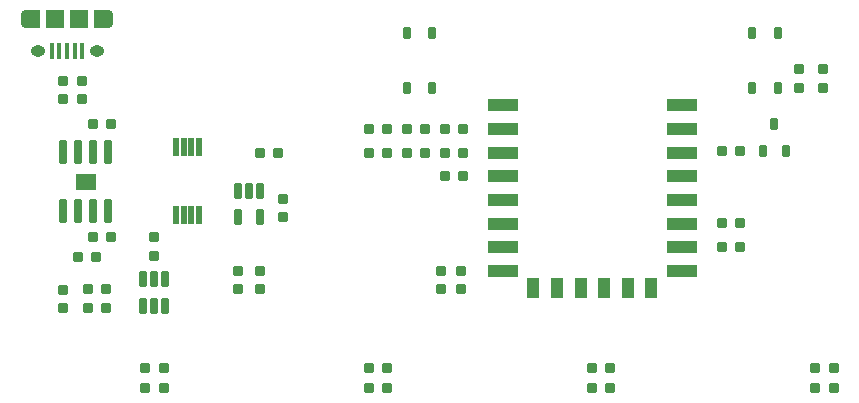
<source format=gtp>
G04 #@! TF.GenerationSoftware,KiCad,Pcbnew,7.0.5*
G04 #@! TF.CreationDate,2023-09-08T12:24:19+07:00*
G04 #@! TF.ProjectId,Node_Vote,4e6f6465-5f56-46f7-9465-2e6b69636164,rev?*
G04 #@! TF.SameCoordinates,Original*
G04 #@! TF.FileFunction,Paste,Top*
G04 #@! TF.FilePolarity,Positive*
%FSLAX46Y46*%
G04 Gerber Fmt 4.6, Leading zero omitted, Abs format (unit mm)*
G04 Created by KiCad (PCBNEW 7.0.5) date 2023-09-08 12:24:19*
%MOMM*%
%LPD*%
G01*
G04 APERTURE LIST*
G04 Aperture macros list*
%AMRoundRect*
0 Rectangle with rounded corners*
0 $1 Rounding radius*
0 $2 $3 $4 $5 $6 $7 $8 $9 X,Y pos of 4 corners*
0 Add a 4 corners polygon primitive as box body*
4,1,4,$2,$3,$4,$5,$6,$7,$8,$9,$2,$3,0*
0 Add four circle primitives for the rounded corners*
1,1,$1+$1,$2,$3*
1,1,$1+$1,$4,$5*
1,1,$1+$1,$6,$7*
1,1,$1+$1,$8,$9*
0 Add four rect primitives between the rounded corners*
20,1,$1+$1,$2,$3,$4,$5,0*
20,1,$1+$1,$4,$5,$6,$7,0*
20,1,$1+$1,$6,$7,$8,$9,0*
20,1,$1+$1,$8,$9,$2,$3,0*%
G04 Aperture macros list end*
%ADD10C,0.010000*%
%ADD11RoundRect,0.127500X0.297500X0.322500X-0.297500X0.322500X-0.297500X-0.322500X0.297500X-0.322500X0*%
%ADD12RoundRect,0.127500X-0.297500X-0.322500X0.297500X-0.322500X0.297500X0.322500X-0.297500X0.322500X0*%
%ADD13RoundRect,0.162500X-0.162500X0.362500X-0.162500X-0.362500X0.162500X-0.362500X0.162500X0.362500X0*%
%ADD14RoundRect,0.090000X-0.210000X0.560000X-0.210000X-0.560000X0.210000X-0.560000X0.210000X0.560000X0*%
%ADD15RoundRect,0.127500X-0.322500X0.297500X-0.322500X-0.297500X0.322500X-0.297500X0.322500X0.297500X0*%
%ADD16RoundRect,0.127500X0.322500X-0.297500X0.322500X0.297500X-0.322500X0.297500X-0.322500X-0.297500X0*%
%ADD17O,0.890000X1.550000*%
%ADD18O,1.250000X0.950000*%
%ADD19R,0.400000X1.350000*%
%ADD20R,1.200000X1.550000*%
%ADD21R,1.500000X1.550000*%
%ADD22R,2.500000X1.000000*%
%ADD23R,1.000000X1.800000*%
%ADD24RoundRect,0.042000X-0.258000X0.943000X-0.258000X-0.943000X0.258000X-0.943000X0.258000X0.943000X0*%
%ADD25RoundRect,0.090000X0.210000X-0.410000X0.210000X0.410000X-0.210000X0.410000X-0.210000X-0.410000X0*%
%ADD26RoundRect,0.162500X0.162500X-0.362500X0.162500X0.362500X-0.162500X0.362500X-0.162500X-0.362500X0*%
%ADD27RoundRect,0.020000X-0.180000X0.760000X-0.180000X-0.760000X0.180000X-0.760000X0.180000X0.760000X0*%
G04 APERTURE END LIST*
D10*
X16089000Y-15845000D02*
X14449000Y-15845000D01*
X14449000Y-14555000D01*
X16089000Y-14555000D01*
X16089000Y-15845000D01*
G36*
X16089000Y-15845000D02*
G01*
X14449000Y-15845000D01*
X14449000Y-14555000D01*
X16089000Y-14555000D01*
X16089000Y-15845000D01*
G37*
D11*
X70727885Y-18755037D03*
X69177885Y-18755037D03*
D12*
X45694000Y-10767537D03*
X47244000Y-10767537D03*
D13*
X73898000Y-2642537D03*
X73898000Y-7292537D03*
X71748000Y-2642537D03*
X71748000Y-7292537D03*
D14*
X22019000Y-23501745D03*
X21069000Y-23501745D03*
X20119000Y-23501745D03*
X20119000Y-25776745D03*
X21069000Y-25776745D03*
X22019000Y-25776745D03*
D11*
X78631167Y-31000000D03*
X77081167Y-31000000D03*
X78631167Y-32700000D03*
X77081167Y-32700000D03*
D15*
X15020000Y-6675000D03*
X15020000Y-8225000D03*
D11*
X16184000Y-21600000D03*
X14634000Y-21600000D03*
D15*
X32019000Y-16700000D03*
X32019000Y-18250000D03*
D12*
X69183000Y-12655037D03*
X70733000Y-12655037D03*
D15*
X47069000Y-22767537D03*
X47069000Y-24317537D03*
D16*
X21069000Y-21475000D03*
X21069000Y-19925000D03*
D11*
X17454000Y-19900000D03*
X15904000Y-19900000D03*
X17005000Y-25948963D03*
X15455000Y-25948963D03*
D15*
X45369000Y-22767537D03*
X45369000Y-24317537D03*
D14*
X30069000Y-15975000D03*
X29119000Y-15975000D03*
X28169000Y-15975000D03*
X28169000Y-18250000D03*
X30069000Y-18250000D03*
D15*
X28169000Y-22767537D03*
X28169000Y-24317537D03*
D17*
X17219000Y-1450000D03*
D18*
X16219000Y-4150000D03*
X11219000Y-4150000D03*
D17*
X10219000Y-1450000D03*
D19*
X15019000Y-4150000D03*
X14369000Y-4150000D03*
X13719000Y-4150000D03*
X13069000Y-4150000D03*
X12419000Y-4150000D03*
D20*
X16619000Y-1450000D03*
D21*
X14719000Y-1450000D03*
X12719000Y-1450000D03*
D20*
X10819000Y-1450000D03*
D11*
X40844000Y-12767537D03*
X39294000Y-12767537D03*
D12*
X45694000Y-12767537D03*
X47244000Y-12767537D03*
D11*
X59717055Y-32700000D03*
X58167055Y-32700000D03*
D15*
X30069000Y-22767537D03*
X30069000Y-24317537D03*
D16*
X77685000Y-7275000D03*
X77685000Y-5725000D03*
D22*
X50593000Y-8767537D03*
X50593000Y-10767537D03*
X50593000Y-12767537D03*
X50593000Y-14767537D03*
X50593000Y-16767537D03*
X50593000Y-18767537D03*
X50593000Y-20767537D03*
X50593000Y-22767537D03*
D23*
X53193000Y-24267537D03*
X55193000Y-24267537D03*
X57193000Y-24267537D03*
X59193000Y-24267537D03*
X61193000Y-24267537D03*
X63193000Y-24267537D03*
D22*
X65793000Y-22767537D03*
X65793000Y-20767537D03*
X65793000Y-18767537D03*
X65793000Y-16767537D03*
X65793000Y-14767537D03*
X65793000Y-12767537D03*
X65793000Y-10767537D03*
X65793000Y-8767537D03*
D15*
X13364000Y-24398963D03*
X13364000Y-25948963D03*
D11*
X40802944Y-32700000D03*
X39252944Y-32700000D03*
X44049232Y-12767537D03*
X42499232Y-12767537D03*
D24*
X17174000Y-12725000D03*
X15904000Y-12725000D03*
X14634000Y-12725000D03*
X13364000Y-12725000D03*
X13364000Y-17675000D03*
X14634000Y-17675000D03*
X15904000Y-17675000D03*
X17174000Y-17675000D03*
D25*
X72658000Y-12592537D03*
X74558000Y-12592537D03*
X73608000Y-10317537D03*
D15*
X75669000Y-5725000D03*
X75669000Y-7275000D03*
D11*
X17459000Y-10325000D03*
X15909000Y-10325000D03*
D12*
X42499232Y-10767537D03*
X44049232Y-10767537D03*
X15455000Y-24274963D03*
X17005000Y-24274963D03*
D11*
X21888833Y-32700000D03*
X20338833Y-32700000D03*
X59717055Y-31000000D03*
X58167055Y-31000000D03*
D12*
X30069000Y-12767537D03*
X31619000Y-12767537D03*
D11*
X40802944Y-31000000D03*
X39252944Y-31000000D03*
D26*
X42499232Y-7267537D03*
X42499232Y-2617537D03*
X44649232Y-7267537D03*
X44649232Y-2617537D03*
D11*
X47244000Y-14767537D03*
X45694000Y-14767537D03*
X21888833Y-31000000D03*
X20338833Y-31000000D03*
D27*
X24894000Y-12320000D03*
X24244000Y-12320000D03*
X23594000Y-12320000D03*
X22944000Y-12320000D03*
X22944000Y-18080000D03*
X23594000Y-18080000D03*
X24244000Y-18080000D03*
X24894000Y-18080000D03*
D12*
X69162885Y-20787037D03*
X70712885Y-20787037D03*
D15*
X13369000Y-6675000D03*
X13369000Y-8225000D03*
D12*
X39294000Y-10750000D03*
X40844000Y-10750000D03*
M02*

</source>
